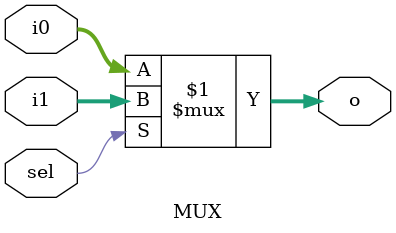
<source format=v>
module MUX #(parameter N=8)
           (output[N-1:0] o,
           input [N-1:0] i0,
           input [N-1:0] i1,
           input sel);
   assign o = sel ? i1 : i0;
endmodule // MUX

</source>
